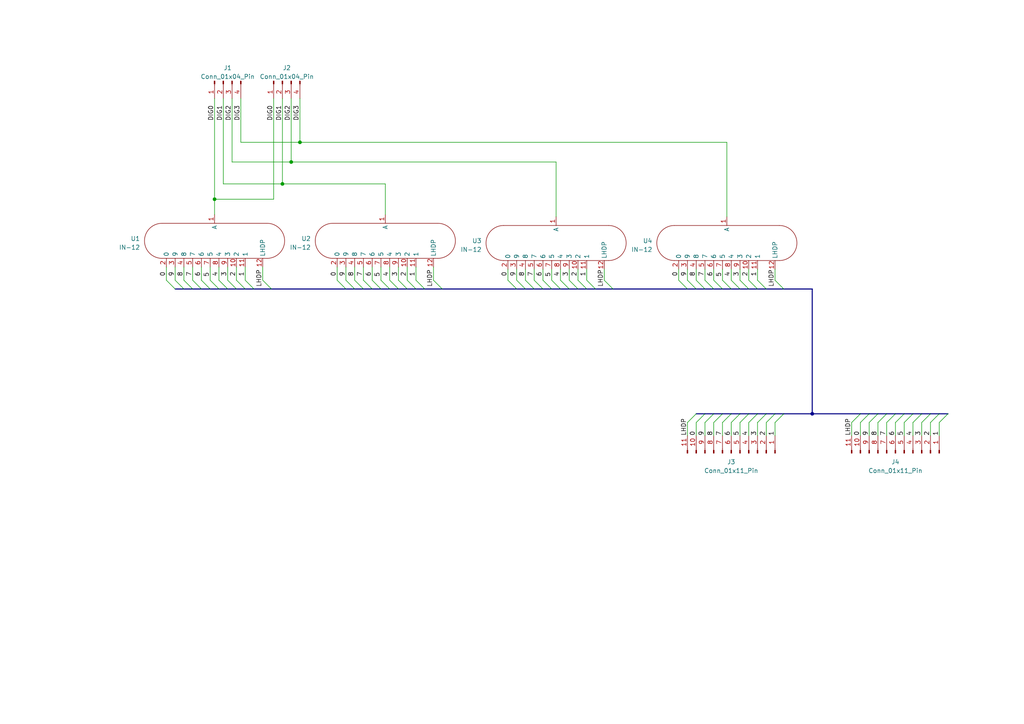
<source format=kicad_sch>
(kicad_sch (version 20230121) (generator eeschema)
  (paper "A4")
  (lib_symbols
    (symbol "Connector:Conn_01x04_Pin" (pin_names (offset 1.016) hide)
      (property "Reference" "J" (at 0 5.08 0))
      (property "Value" "Conn_01x04_Pin" (at 0 -7.62 0))
      (symbol "Conn_01x04_Pin_1_1"
        (polyline (pts (xy 1.27 -5.08) (xy 0.8636 -5.08)) (stroke (width 0.1524)))
        (polyline (pts (xy 1.27 -2.54) (xy 0.8636 -2.54)) (stroke (width 0.1524)))
        (polyline (pts (xy 1.27 0) (xy 0.8636 0)) (stroke (width 0.1524)))
        (polyline (pts (xy 1.27 2.54) (xy 0.8636 2.54)) (stroke (width 0.1524)))
        (rectangle (start 0.8636 -4.953) (end 0 -5.207) (stroke (width 0.1524)) (fill (type outline)))
        (rectangle (start 0.8636 -2.413) (end 0 -2.667) (stroke (width 0.1524)) (fill (type outline)))
        (rectangle (start 0.8636 0.127) (end 0 -0.127) (stroke (width 0.1524)) (fill (type outline)))
        (rectangle (start 0.8636 2.667) (end 0 2.413) (stroke (width 0.1524)) (fill (type outline)))
        (pin passive line (at 5.08 2.54 180) (length 3.81) (name "Pin_1") (number "1"))
        (pin passive line (at 5.08 0 180) (length 3.81) (name "Pin_2") (number "2"))
        (pin passive line (at 5.08 -2.54 180) (length 3.81) (name "Pin_3") (number "3"))
        (pin passive line (at 5.08 -5.08 180) (length 3.81) (name "Pin_4") (number "4"))
      )
    )
    (symbol "Connector:Conn_01x11_Pin" (pin_names (offset 1.016) hide)
      (property "Reference" "J" (at 0 15.24 0))
      (property "Value" "Conn_01x11_Pin" (at 0 -15.24 0))
      (symbol "Conn_01x11_Pin_1_1"
        (polyline (pts (xy 1.27 -12.7) (xy 0.8636 -12.7)) (stroke (width 0.1524)))
        (polyline (pts (xy 1.27 -10.16) (xy 0.8636 -10.16)) (stroke (width 0.1524)))
        (polyline (pts (xy 1.27 -7.62) (xy 0.8636 -7.62)) (stroke (width 0.1524)))
        (polyline (pts (xy 1.27 -5.08) (xy 0.8636 -5.08)) (stroke (width 0.1524)))
        (polyline (pts (xy 1.27 -2.54) (xy 0.8636 -2.54)) (stroke (width 0.1524)))
        (polyline (pts (xy 1.27 0) (xy 0.8636 0)) (stroke (width 0.1524)))
        (polyline (pts (xy 1.27 2.54) (xy 0.8636 2.54)) (stroke (width 0.1524)))
        (polyline (pts (xy 1.27 5.08) (xy 0.8636 5.08)) (stroke (width 0.1524)))
        (polyline (pts (xy 1.27 7.62) (xy 0.8636 7.62)) (stroke (width 0.1524)))
        (polyline (pts (xy 1.27 10.16) (xy 0.8636 10.16)) (stroke (width 0.1524)))
        (polyline (pts (xy 1.27 12.7) (xy 0.8636 12.7)) (stroke (width 0.1524)))
        (rectangle (start 0.8636 -12.573) (end 0 -12.827) (stroke (width 0.1524)) (fill (type outline)))
        (rectangle (start 0.8636 -10.033) (end 0 -10.287) (stroke (width 0.1524)) (fill (type outline)))
        (rectangle (start 0.8636 -7.493) (end 0 -7.747) (stroke (width 0.1524)) (fill (type outline)))
        (rectangle (start 0.8636 -4.953) (end 0 -5.207) (stroke (width 0.1524)) (fill (type outline)))
        (rectangle (start 0.8636 -2.413) (end 0 -2.667) (stroke (width 0.1524)) (fill (type outline)))
        (rectangle (start 0.8636 0.127) (end 0 -0.127) (stroke (width 0.1524)) (fill (type outline)))
        (rectangle (start 0.8636 2.667) (end 0 2.413) (stroke (width 0.1524)) (fill (type outline)))
        (rectangle (start 0.8636 5.207) (end 0 4.953) (stroke (width 0.1524)) (fill (type outline)))
        (rectangle (start 0.8636 7.747) (end 0 7.493) (stroke (width 0.1524)) (fill (type outline)))
        (rectangle (start 0.8636 10.287) (end 0 10.033) (stroke (width 0.1524)) (fill (type outline)))
        (rectangle (start 0.8636 12.827) (end 0 12.573) (stroke (width 0.1524)) (fill (type outline)))
        (pin passive line (at 5.08 12.7 180) (length 3.81) (name "Pin_1") (number "1"))
        (pin passive line (at 5.08 -10.16 180) (length 3.81) (name "Pin_10") (number "10"))
        (pin passive line (at 5.08 -12.7 180) (length 3.81) (name "Pin_11") (number "11"))
        (pin passive line (at 5.08 10.16 180) (length 3.81) (name "Pin_2") (number "2"))
        (pin passive line (at 5.08 7.62 180) (length 3.81) (name "Pin_3") (number "3"))
        (pin passive line (at 5.08 5.08 180) (length 3.81) (name "Pin_4") (number "4"))
        (pin passive line (at 5.08 2.54 180) (length 3.81) (name "Pin_5") (number "5"))
        (pin passive line (at 5.08 0 180) (length 3.81) (name "Pin_6") (number "6"))
        (pin passive line (at 5.08 -2.54 180) (length 3.81) (name "Pin_7") (number "7"))
        (pin passive line (at 5.08 -5.08 180) (length 3.81) (name "Pin_8") (number "8"))
        (pin passive line (at 5.08 -7.62 180) (length 3.81) (name "Pin_9") (number "9"))
      )
    )
    (symbol "mylib:IN-12"
      (property "Reference" "U" (at 0 17.78 0))
      (property "Value" "IN-12" (at 0 7.62 0))
      (symbol "IN-12_0_1"
        (arc (start -5.08 -15.2719) (mid 0 -20.3201) (end 5.08 -15.2719))
        (polyline (pts (xy -5.08 -15.24) (xy -5.08 15.24)))
        (polyline (pts (xy 5.08 15.24) (xy 5.08 -15.24)))
        (arc (start 5.08 15.2719) (mid 0 20.3201) (end -5.08 15.2719))
      )
      (symbol "IN-12_1_1"
        (pin passive line (at 7.62 0 180) (length 2.54) (name "A") (number "1"))
        (pin passive line (at -7.62 -6.35 0) (length 2.54) (name "2") (number "10"))
        (pin passive line (at -7.62 -8.89 0) (length 2.54) (name "1") (number "11"))
        (pin passive line (at -7.62 -13.97 0) (length 2.54) (name "LHDP") (number "12"))
        (pin passive line (at -7.62 13.97 0) (length 2.54) (name "0") (number "2"))
        (pin passive line (at -7.62 11.43 0) (length 2.54) (name "9") (number "3"))
        (pin passive line (at -7.62 8.89 0) (length 2.54) (name "8") (number "4"))
        (pin passive line (at -7.62 6.35 0) (length 2.54) (name "7") (number "5"))
        (pin passive line (at -7.62 3.81 0) (length 2.54) (name "6") (number "6"))
        (pin passive line (at -7.62 1.27 0) (length 2.54) (name "5") (number "7"))
        (pin passive line (at -7.62 -1.27 0) (length 2.54) (name "4") (number "8"))
        (pin passive line (at -7.62 -3.81 0) (length 2.54) (name "3") (number "9"))
      )
    )
  )
  (junction (at 235.585 120.015))
  (junction (at 81.915 53.34))
  (junction (at 84.455 46.99))
  (junction (at 86.995 41.275))
  (junction (at 62.23 57.785))
  (bus_entry (at 50.8 81.28) (size 2.54 2.54))
  (bus_entry (at 209.55 81.28) (size 2.54 2.54))
  (bus_entry (at 252.095 122.555) (size 2.54 -2.54))
  (bus_entry (at 249.555 122.555) (size 2.54 -2.54))
  (bus_entry (at 207.01 81.28) (size 2.54 2.54))
  (bus_entry (at 110.49 81.28) (size 2.54 2.54))
  (bus_entry (at 63.5 81.28) (size 2.54 2.54))
  (bus_entry (at 219.71 81.28) (size 2.54 2.54))
  (bus_entry (at 175.26 81.28) (size 2.54 2.54))
  (bus_entry (at 115.57 81.28) (size 2.54 2.54))
  (bus_entry (at 199.39 122.555) (size 2.54 -2.54))
  (bus_entry (at 55.88 81.28) (size 2.54 2.54))
  (bus_entry (at 259.715 122.555) (size 2.54 -2.54))
  (bus_entry (at 199.39 81.28) (size 2.54 2.54))
  (bus_entry (at 204.47 122.555) (size 2.54 -2.54))
  (bus_entry (at 105.41 81.28) (size 2.54 2.54))
  (bus_entry (at 76.2 81.28) (size 2.54 2.54))
  (bus_entry (at 247.015 122.555) (size 2.54 -2.54))
  (bus_entry (at 100.33 81.28) (size 2.54 2.54))
  (bus_entry (at 147.32 81.28) (size 2.54 2.54))
  (bus_entry (at 107.95 81.28) (size 2.54 2.54))
  (bus_entry (at 217.17 81.28) (size 2.54 2.54))
  (bus_entry (at 60.96 81.28) (size 2.54 2.54))
  (bus_entry (at 120.65 81.28) (size 2.54 2.54))
  (bus_entry (at 102.87 81.28) (size 2.54 2.54))
  (bus_entry (at 262.255 122.555) (size 2.54 -2.54))
  (bus_entry (at 154.94 81.28) (size 2.54 2.54))
  (bus_entry (at 254.635 122.555) (size 2.54 -2.54))
  (bus_entry (at 48.26 81.28) (size 2.54 2.54))
  (bus_entry (at 71.12 81.28) (size 2.54 2.54))
  (bus_entry (at 97.79 81.28) (size 2.54 2.54))
  (bus_entry (at 170.18 81.28) (size 2.54 2.54))
  (bus_entry (at 162.56 81.28) (size 2.54 2.54))
  (bus_entry (at 272.415 122.555) (size 2.54 -2.54))
  (bus_entry (at 196.85 81.28) (size 2.54 2.54))
  (bus_entry (at 212.09 81.28) (size 2.54 2.54))
  (bus_entry (at 214.63 81.28) (size 2.54 2.54))
  (bus_entry (at 68.58 81.28) (size 2.54 2.54))
  (bus_entry (at 269.875 122.555) (size 2.54 -2.54))
  (bus_entry (at 224.79 122.555) (size 2.54 -2.54))
  (bus_entry (at 257.175 122.555) (size 2.54 -2.54))
  (bus_entry (at 157.48 81.28) (size 2.54 2.54))
  (bus_entry (at 53.34 81.28) (size 2.54 2.54))
  (bus_entry (at 212.09 122.555) (size 2.54 -2.54))
  (bus_entry (at 152.4 81.28) (size 2.54 2.54))
  (bus_entry (at 204.47 81.28) (size 2.54 2.54))
  (bus_entry (at 217.17 122.555) (size 2.54 -2.54))
  (bus_entry (at 222.25 122.555) (size 2.54 -2.54))
  (bus_entry (at 201.93 122.555) (size 2.54 -2.54))
  (bus_entry (at 167.64 81.28) (size 2.54 2.54))
  (bus_entry (at 264.795 122.555) (size 2.54 -2.54))
  (bus_entry (at 224.79 81.28) (size 2.54 2.54))
  (bus_entry (at 201.93 81.28) (size 2.54 2.54))
  (bus_entry (at 214.63 122.555) (size 2.54 -2.54))
  (bus_entry (at 125.73 81.28) (size 2.54 2.54))
  (bus_entry (at 118.11 81.28) (size 2.54 2.54))
  (bus_entry (at 209.55 122.555) (size 2.54 -2.54))
  (bus_entry (at 66.04 81.28) (size 2.54 2.54))
  (bus_entry (at 165.1 81.28) (size 2.54 2.54))
  (bus_entry (at 149.86 81.28) (size 2.54 2.54))
  (bus_entry (at 219.71 122.555) (size 2.54 -2.54))
  (bus_entry (at 207.01 122.555) (size 2.54 -2.54))
  (bus_entry (at 267.335 122.555) (size 2.54 -2.54))
  (bus_entry (at 160.02 81.28) (size 2.54 2.54))
  (bus_entry (at 58.42 81.28) (size 2.54 2.54))
  (bus_entry (at 113.03 81.28) (size 2.54 2.54))
  (bus (pts (xy 115.57 83.82) (xy 118.11 83.82)))
  (bus (pts (xy 149.86 83.82) (xy 152.4 83.82)))
  (bus (pts (xy 209.55 120.015) (xy 212.09 120.015)))
  (wire (pts (xy 224.79 78.105) (xy 224.79 81.28)))
  (bus (pts (xy 217.17 83.82) (xy 219.71 83.82)))
  (wire (pts (xy 272.415 122.555) (xy 272.415 126.365)))
  (bus (pts (xy 235.585 83.82) (xy 227.33 83.82)))
  (bus (pts (xy 53.34 83.82) (xy 55.88 83.82)))
  (wire (pts (xy 252.095 122.555) (xy 252.095 126.365)))
  (bus (pts (xy 113.03 83.82) (xy 115.57 83.82)))
  (bus (pts (xy 107.95 83.82) (xy 110.49 83.82)))
  (wire (pts (xy 97.79 77.47) (xy 97.79 81.28)))
  (wire (pts (xy 257.175 122.555) (xy 257.175 126.365)))
  (bus (pts (xy 105.41 83.82) (xy 107.95 83.82)))
  (bus (pts (xy 78.74 83.82) (xy 100.33 83.82)))
  (bus (pts (xy 60.96 83.82) (xy 63.5 83.82)))
  (wire (pts (xy 267.335 122.555) (xy 267.335 126.365)))
  (wire (pts (xy 113.03 77.47) (xy 113.03 81.28)))
  (wire (pts (xy 118.11 77.47) (xy 118.11 81.28)))
  (wire (pts (xy 55.88 77.47) (xy 55.88 81.28)))
  (bus (pts (xy 118.11 83.82) (xy 120.65 83.82)))
  (bus (pts (xy 272.415 120.015) (xy 274.955 120.015)))
  (bus (pts (xy 257.175 120.015) (xy 259.715 120.015)))
  (wire (pts (xy 107.95 77.47) (xy 107.95 81.28)))
  (wire (pts (xy 204.47 122.555) (xy 204.47 126.365)))
  (wire (pts (xy 212.09 78.105) (xy 212.09 81.28)))
  (wire (pts (xy 48.26 77.47) (xy 48.26 81.28)))
  (wire (pts (xy 201.93 78.105) (xy 201.93 81.28)))
  (bus (pts (xy 63.5 83.82) (xy 66.04 83.82)))
  (wire (pts (xy 100.33 77.47) (xy 100.33 81.28)))
  (wire (pts (xy 53.34 77.47) (xy 53.34 81.28)))
  (wire (pts (xy 63.5 77.47) (xy 63.5 81.28)))
  (wire (pts (xy 157.48 78.105) (xy 157.48 81.28)))
  (wire (pts (xy 222.25 122.555) (xy 222.25 126.365)))
  (wire (pts (xy 214.63 122.555) (xy 214.63 126.365)))
  (wire (pts (xy 62.23 57.785) (xy 62.23 62.23)))
  (wire (pts (xy 125.73 77.47) (xy 125.73 81.28)))
  (wire (pts (xy 199.39 122.555) (xy 199.39 126.365)))
  (wire (pts (xy 210.82 41.275) (xy 210.82 62.865)))
  (wire (pts (xy 160.02 78.105) (xy 160.02 81.28)))
  (wire (pts (xy 154.94 78.105) (xy 154.94 81.28)))
  (bus (pts (xy 73.66 83.82) (xy 78.74 83.82)))
  (bus (pts (xy 259.715 120.015) (xy 262.255 120.015)))
  (wire (pts (xy 84.455 46.99) (xy 161.29 46.99)))
  (bus (pts (xy 212.09 83.82) (xy 214.63 83.82)))
  (bus (pts (xy 269.875 120.015) (xy 272.415 120.015)))
  (wire (pts (xy 264.795 122.555) (xy 264.795 126.365)))
  (bus (pts (xy 224.79 120.015) (xy 227.33 120.015)))
  (bus (pts (xy 123.19 83.82) (xy 128.27 83.82)))
  (bus (pts (xy 71.12 83.82) (xy 73.66 83.82)))
  (bus (pts (xy 165.1 83.82) (xy 167.64 83.82)))
  (wire (pts (xy 204.47 78.105) (xy 204.47 81.28)))
  (bus (pts (xy 100.33 83.82) (xy 102.87 83.82)))
  (wire (pts (xy 170.18 78.105) (xy 170.18 81.28)))
  (bus (pts (xy 217.17 120.015) (xy 219.71 120.015)))
  (wire (pts (xy 120.65 77.47) (xy 120.65 81.28)))
  (wire (pts (xy 58.42 77.47) (xy 58.42 81.28)))
  (wire (pts (xy 219.71 122.555) (xy 219.71 126.365)))
  (wire (pts (xy 224.79 122.555) (xy 224.79 126.365)))
  (wire (pts (xy 254.635 122.555) (xy 254.635 126.365)))
  (wire (pts (xy 219.71 78.105) (xy 219.71 81.28)))
  (bus (pts (xy 214.63 120.015) (xy 217.17 120.015)))
  (wire (pts (xy 81.915 53.34) (xy 111.76 53.34)))
  (bus (pts (xy 167.64 83.82) (xy 170.18 83.82)))
  (bus (pts (xy 201.93 120.015) (xy 204.47 120.015)))
  (wire (pts (xy 66.04 77.47) (xy 66.04 81.28)))
  (wire (pts (xy 269.875 122.555) (xy 269.875 126.365)))
  (wire (pts (xy 79.375 28.575) (xy 79.375 57.785)))
  (bus (pts (xy 58.42 83.82) (xy 60.96 83.82)))
  (wire (pts (xy 50.8 77.47) (xy 50.8 81.28)))
  (bus (pts (xy 162.56 83.82) (xy 165.1 83.82)))
  (wire (pts (xy 105.41 77.47) (xy 105.41 81.28)))
  (wire (pts (xy 175.26 78.105) (xy 175.26 81.28)))
  (wire (pts (xy 86.995 28.575) (xy 86.995 41.275)))
  (bus (pts (xy 157.48 83.82) (xy 160.02 83.82)))
  (wire (pts (xy 60.96 77.47) (xy 60.96 81.28)))
  (bus (pts (xy 207.01 120.015) (xy 209.55 120.015)))
  (wire (pts (xy 262.255 122.555) (xy 262.255 126.365)))
  (wire (pts (xy 84.455 28.575) (xy 84.455 46.99)))
  (bus (pts (xy 264.795 120.015) (xy 267.335 120.015)))
  (bus (pts (xy 204.47 83.82) (xy 207.01 83.82)))
  (bus (pts (xy 227.33 120.015) (xy 235.585 120.015)))
  (bus (pts (xy 235.585 83.82) (xy 235.585 120.015)))
  (bus (pts (xy 152.4 83.82) (xy 154.94 83.82)))
  (bus (pts (xy 177.8 83.82) (xy 199.39 83.82)))
  (bus (pts (xy 254.635 120.015) (xy 257.175 120.015)))
  (wire (pts (xy 165.1 78.105) (xy 165.1 81.28)))
  (wire (pts (xy 214.63 78.105) (xy 214.63 81.28)))
  (wire (pts (xy 149.86 78.105) (xy 149.86 81.28)))
  (wire (pts (xy 110.49 77.47) (xy 110.49 81.28)))
  (wire (pts (xy 147.32 78.105) (xy 147.32 81.28)))
  (wire (pts (xy 217.17 122.555) (xy 217.17 126.365)))
  (wire (pts (xy 62.23 28.575) (xy 62.23 57.785)))
  (bus (pts (xy 222.25 83.82) (xy 227.33 83.82)))
  (wire (pts (xy 247.015 122.555) (xy 247.015 126.365)))
  (bus (pts (xy 160.02 83.82) (xy 162.56 83.82)))
  (bus (pts (xy 252.095 120.015) (xy 254.635 120.015)))
  (bus (pts (xy 120.65 83.82) (xy 123.19 83.82)))
  (bus (pts (xy 50.8 83.82) (xy 53.34 83.82)))
  (bus (pts (xy 204.47 120.015) (xy 207.01 120.015)))
  (wire (pts (xy 81.915 28.575) (xy 81.915 53.34)))
  (bus (pts (xy 149.86 83.82) (xy 128.27 83.82)))
  (bus (pts (xy 219.71 83.82) (xy 222.25 83.82)))
  (wire (pts (xy 199.39 78.105) (xy 199.39 81.28)))
  (wire (pts (xy 67.31 28.575) (xy 67.31 46.99)))
  (bus (pts (xy 219.71 120.015) (xy 222.25 120.015)))
  (wire (pts (xy 64.77 53.34) (xy 81.915 53.34)))
  (wire (pts (xy 86.995 41.275) (xy 210.82 41.275)))
  (wire (pts (xy 67.31 46.99) (xy 84.455 46.99)))
  (wire (pts (xy 152.4 78.105) (xy 152.4 81.28)))
  (wire (pts (xy 259.715 122.555) (xy 259.715 126.365)))
  (bus (pts (xy 66.04 83.82) (xy 68.58 83.82)))
  (wire (pts (xy 76.2 77.47) (xy 76.2 81.28)))
  (wire (pts (xy 196.85 78.105) (xy 196.85 81.28)))
  (wire (pts (xy 64.77 28.575) (xy 64.77 53.34)))
  (bus (pts (xy 212.09 120.015) (xy 214.63 120.015)))
  (wire (pts (xy 249.555 122.555) (xy 249.555 126.365)))
  (bus (pts (xy 249.555 120.015) (xy 252.095 120.015)))
  (bus (pts (xy 235.585 120.015) (xy 249.555 120.015)))
  (wire (pts (xy 201.93 122.555) (xy 201.93 126.365)))
  (bus (pts (xy 207.01 83.82) (xy 209.55 83.82)))
  (wire (pts (xy 68.58 77.47) (xy 68.58 81.28)))
  (wire (pts (xy 62.23 57.785) (xy 79.375 57.785)))
  (wire (pts (xy 102.87 77.47) (xy 102.87 81.28)))
  (bus (pts (xy 102.87 83.82) (xy 105.41 83.82)))
  (bus (pts (xy 68.58 83.82) (xy 71.12 83.82)))
  (wire (pts (xy 207.01 78.105) (xy 207.01 81.28)))
  (wire (pts (xy 209.55 122.555) (xy 209.55 126.365)))
  (wire (pts (xy 111.76 53.34) (xy 111.76 62.23)))
  (bus (pts (xy 267.335 120.015) (xy 269.875 120.015)))
  (wire (pts (xy 167.64 78.105) (xy 167.64 81.28)))
  (bus (pts (xy 262.255 120.015) (xy 264.795 120.015)))
  (bus (pts (xy 199.39 83.82) (xy 201.93 83.82)))
  (bus (pts (xy 55.88 83.82) (xy 58.42 83.82)))
  (wire (pts (xy 162.56 78.105) (xy 162.56 81.28)))
  (wire (pts (xy 161.29 46.99) (xy 161.29 62.865)))
  (bus (pts (xy 209.55 83.82) (xy 212.09 83.82)))
  (bus (pts (xy 170.18 83.82) (xy 172.72 83.82)))
  (bus (pts (xy 110.49 83.82) (xy 113.03 83.82)))
  (wire (pts (xy 71.12 77.47) (xy 71.12 81.28)))
  (wire (pts (xy 115.57 77.47) (xy 115.57 81.28)))
  (wire (pts (xy 69.85 28.575) (xy 69.85 41.275)))
  (bus (pts (xy 172.72 83.82) (xy 177.8 83.82)))
  (bus (pts (xy 201.93 83.82) (xy 204.47 83.82)))
  (bus (pts (xy 154.94 83.82) (xy 157.48 83.82)))
  (bus (pts (xy 214.63 83.82) (xy 217.17 83.82)))
  (wire (pts (xy 209.55 78.105) (xy 209.55 81.28)))
  (wire (pts (xy 212.09 122.555) (xy 212.09 126.365)))
  (wire (pts (xy 217.17 78.105) (xy 217.17 81.28)))
  (wire (pts (xy 69.85 41.275) (xy 86.995 41.275)))
  (bus (pts (xy 222.25 120.015) (xy 224.79 120.015)))
  (wire (pts (xy 207.01 122.555) (xy 207.01 126.365)))
  (label "2" (at 68.58 78.74 270))
  (label "0" (at 196.85 78.74 270))
  (label "9" (at 204.47 126.365 90))
  (label "3" (at 165.1 78.74 270))
  (label "4" (at 212.09 78.74 270))
  (label "8" (at 102.87 78.74 270))
  (label "2" (at 269.875 126.365 90))
  (label "7" (at 105.41 78.74 270))
  (label "3" (at 214.63 78.74 270))
  (label "7" (at 257.175 126.365 90))
  (label "2" (at 167.64 78.74 270))
  (label "0" (at 201.93 126.365 90))
  (label "DIG3" (at 86.995 30.48 270))
  (label "LHDP" (at 125.73 78.105 270))
  (label "3" (at 115.57 78.74 270))
  (label "6" (at 157.48 78.74 270))
  (label "6" (at 259.715 126.365 90))
  (label "LHDP" (at 224.79 78.105 270))
  (label "6" (at 207.01 78.74 270))
  (label "7" (at 209.55 126.365 90))
  (label "5" (at 60.96 78.8907 270))
  (label "8" (at 152.4 78.74 270))
  (label "DIG3" (at 69.85 30.48 270))
  (label "DIG2" (at 67.31 30.48 270))
  (label "3" (at 66.04 78.74 270))
  (label "1" (at 120.65 78.74 270))
  (label "0" (at 249.555 126.365 90))
  (label "5" (at 160.02 78.8907 270))
  (label "6" (at 58.42 78.74 270))
  (label "5" (at 209.55 78.8907 270))
  (label "8" (at 207.01 126.365 90))
  (label "DIG1" (at 64.77 30.48 270))
  (label "7" (at 204.47 78.74 270))
  (label "1" (at 170.18 78.74 270))
  (label "DIG2" (at 84.455 30.48 270))
  (label "6" (at 107.95 78.74 270))
  (label "1" (at 71.12 78.74 270))
  (label "3" (at 219.71 126.365 90))
  (label "2" (at 222.25 126.365 90))
  (label "DIG0" (at 79.375 30.48 270))
  (label "5" (at 214.63 126.365 90))
  (label "7" (at 154.94 78.74 270))
  (label "1" (at 224.79 126.365 90))
  (label "9" (at 199.39 78.74 270))
  (label "0" (at 48.26 78.74 270))
  (label "5" (at 262.255 126.365 90))
  (label "0" (at 147.32 78.74 270))
  (label "2" (at 217.17 78.74 270))
  (label "LHDP" (at 175.26 78.105 270))
  (label "9" (at 100.33 78.74 270))
  (label "4" (at 63.5 78.74 270))
  (label "1" (at 219.71 78.74 270))
  (label "4" (at 113.03 78.74 270))
  (label "LHDP" (at 247.015 126.365 90))
  (label "9" (at 50.8 78.74 270))
  (label "8" (at 53.34 78.74 270))
  (label "1" (at 272.415 126.365 90))
  (label "LHDP" (at 76.2 78.105 270))
  (label "3" (at 267.335 126.365 90))
  (label "8" (at 201.93 78.74 270))
  (label "9" (at 252.095 126.365 90))
  (label "2" (at 118.11 78.74 270))
  (label "4" (at 162.56 78.74 270))
  (label "7" (at 55.88 78.74 270))
  (label "5" (at 110.49 78.8907 270))
  (label "6" (at 212.09 126.365 90))
  (label "8" (at 254.635 126.365 90))
  (label "DIG0" (at 62.23 30.48 270))
  (label "4" (at 217.17 126.365 90))
  (label "9" (at 149.86 78.74 270))
  (label "0" (at 97.79 78.74 270))
  (label "DIG1" (at 81.915 30.48 270))
  (label "LHDP" (at 199.39 126.365 90))
  (label "4" (at 264.795 126.365 90))
  (symbol (lib_id "Connector:Conn_01x11_Pin") (at 259.715 131.445 270) (mirror x) (unit 1)
    (property "Reference" "J4" (at 259.715 133.985 90))
    (property "Value" "Conn_01x11_Pin" (at 259.715 136.525 90))
    (property "Footprint" "Connector_JST:JST_XH_S11B-XH-A_1x11_P2.50mm_Horizontal" (effects hide))
  )
  (symbol (lib_id "Connector:Conn_01x04_Pin") (at 81.915 23.495 90) (mirror x) (unit 1)
    (property "Reference" "J2" (at 83.185 19.685 90))
    (property "Value" "Conn_01x04_Pin" (at 83.185 22.225 90))
    (property "Footprint" "Connector_JST:JST_XH_S4B-XH-A_1x04_P2.50mm_Horizontal" (effects hide))
  )
  (symbol (lib_id "mylib:IN-12") (at 210.82 70.485 90) (unit 1)
    (property "Reference" "U4" (at 189.23 69.85 90) (effects (justify left)))
    (property "Value" "IN-12" (at 189.23 72.39 90) (effects (justify left)))
    (property "Footprint" "mylib:nixies-IN-12" (effects hide))
    (property "Datasheet" "http://www.tube-tester.com/sites/nixie/dat_arch/IN-12A_IN-12B_03.pdf" (effects hide))
  )
  (symbol (lib_id "Connector:Conn_01x04_Pin") (at 64.77 23.495 90) (mirror x) (unit 1)
    (property "Reference" "J1" (at 66.04 19.685 90))
    (property "Value" "Conn_01x04_Pin" (at 66.04 22.225 90))
    (property "Footprint" "Connector_JST:JST_XH_S4B-XH-A_1x04_P2.50mm_Horizontal" (effects hide))
  )
  (symbol (lib_id "Connector:Conn_01x11_Pin") (at 212.09 131.445 270) (mirror x) (unit 1)
    (property "Reference" "J3" (at 212.09 133.985 90))
    (property "Value" "Conn_01x11_Pin" (at 212.09 136.525 90))
    (property "Footprint" "Connector_JST:JST_XH_S11B-XH-A_1x11_P2.50mm_Horizontal" (effects hide))
  )
  (symbol (lib_id "mylib:IN-12") (at 62.23 69.85 90) (unit 1)
    (property "Reference" "U1" (at 40.64 69.215 90) (effects (justify left)))
    (property "Value" "IN-12" (at 40.64 71.755 90) (effects (justify left)))
    (property "Footprint" "mylib:nixies-IN-12" (effects hide))
    (property "Datasheet" "http://www.tube-tester.com/sites/nixie/dat_arch/IN-12A_IN-12B_03.pdf" (effects hide))
  )
  (symbol (lib_id "mylib:IN-12") (at 161.29 70.485 90) (unit 1)
    (property "Reference" "U3" (at 139.7 69.85 90) (effects (justify left)))
    (property "Value" "IN-12" (at 139.7 72.39 90) (effects (justify left)))
    (property "Footprint" "mylib:nixies-IN-12" (effects hide))
    (property "Datasheet" "http://www.tube-tester.com/sites/nixie/dat_arch/IN-12A_IN-12B_03.pdf" (effects hide))
  )
  (symbol (lib_id "mylib:IN-12") (at 111.76 69.85 90) (unit 1)
    (property "Reference" "U2" (at 90.17 69.215 90) (effects (justify left)))
    (property "Value" "IN-12" (at 90.17 71.755 90) (effects (justify left)))
    (property "Footprint" "mylib:nixies-IN-12" (effects hide))
    (property "Datasheet" "http://www.tube-tester.com/sites/nixie/dat_arch/IN-12A_IN-12B_03.pdf" (effects hide))
  )
)
</source>
